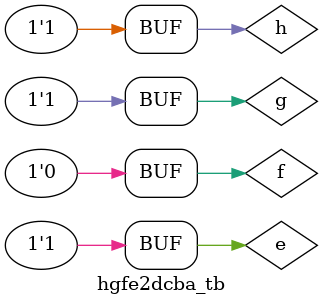
<source format=v>
module d_module (
    input h, g, f, e,
    output d
);

and A1(d, h, g);

endmodule

// assign c = (!h & g & e) | (h & !g);
module c_module (
    input h, g, f, e,
    output c
);

wire h_, g_, w1, w2;

not N1(g_, g);
not N2(h_, h);
and A1(w1, h_, g, e);
and A2(w2, h, g_);
or O1(c, w1, w2);

endmodule

// assign b = (!h & g & !e) | (!g & f) | (h & !g);
module b_module (
    input h, g, f, e,
    output b
);

wire h_, g_, e_, w1, w2, w3;

not N1(g_, g);
not N2(h_, h);
not N3(e_, e);
and A1(w1, h_, g, e_);
and A2(w2, g_, f);
and A3(w3, h, g_);
or O1(b, w1, w2, w3);

endmodule

// assign a = (!h & !g & !f & e) | (!h & g & !e) | (g & f) | (h & g & e) | (h & f);
module a_module (
    input h, g, f, e,
    output a
);

wire h_, g_, f_, e_, w1, w2, w3, w4, w5;

not N1(h_, h);
not N2(g_, g);
not N3(f_, f);
not N4(e_, e);
and A1(w1, h_, g_, e, f_);
and A2(w2, h_, g, e_);
and A3(w3, g, f);
and A4(w4, h, g, e);
and A5(w5, h, f);
or O1(a, w1, w2, w3, w4, w5);

endmodule

module hgfe2dcba (
    input h, g, f, e,
    output d, c, b, a
);

d_module D(h, g, f, e, d);
c_module C(h, g, f, e, c);
b_module B(h, g, f, e, b);
a_module A(h, g, f, e, a);

endmodule

module hgfe2dcba_tb;
reg h, g, f, e;
wire d, c, b, a;

hgfe2dcba dut (h, g, f, e, d, c, b, a);

initial begin
    $display("HGFE | DCBA");
    $monitor("%b%b%b%b | %b%b%b%b", h, g, f, e, d, c, b, a);
    {h,g,f,e} = 4'b0000; #10;
    {h,g,f,e} = 4'b0001; #10;
    {h,g,f,e} = 4'b0011; #10;
    {h,g,f,e} = 4'b0100; #10;
    {h,g,f,e} = 4'b0101; #10;
    {h,g,f,e} = 4'b0111; #10;
    {h,g,f,e} = 4'b1001; #10;
    {h,g,f,e} = 4'b1011; #10;
    {h,g,f,e} = 4'b1100; #10;
    {h,g,f,e} = 4'b1101; #10;
end

endmodule
</source>
